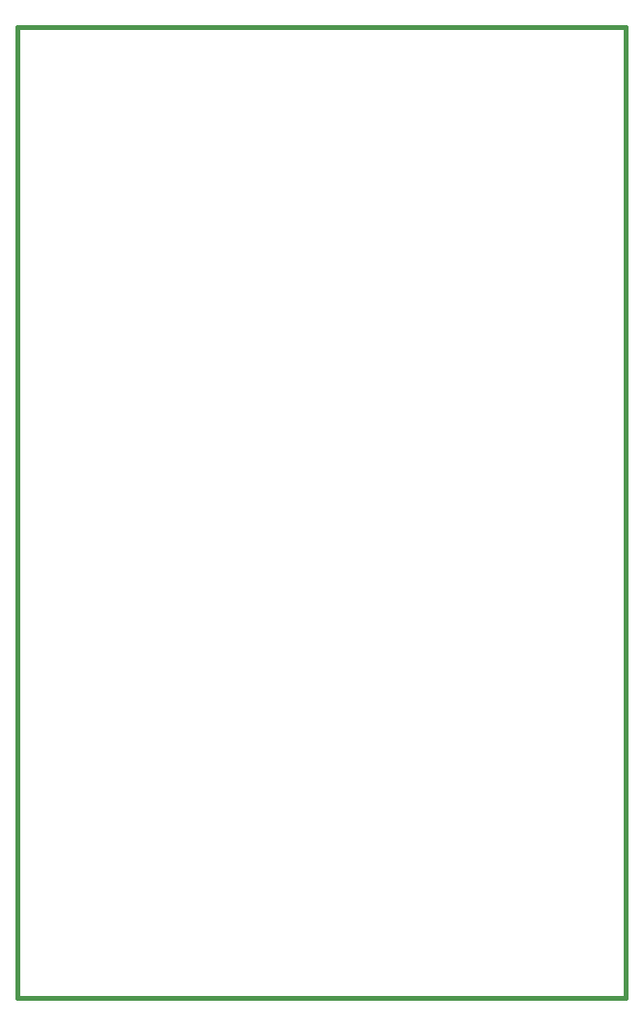
<source format=gbr>
G04 (created by PCBNEW (2013-feb-26)-testing) date Fri 24 May 2013 08:37:37 PM PDT*
%MOIN*%
G04 Gerber Fmt 3.4, Leading zero omitted, Abs format*
%FSLAX34Y34*%
G01*
G70*
G90*
G04 APERTURE LIST*
%ADD10C,2.3622e-06*%
%ADD11C,0.015*%
G04 APERTURE END LIST*
G54D10*
G54D11*
X55000Y-31496D02*
X55000Y-64960D01*
X34000Y-64960D02*
X34000Y-31496D01*
X55000Y-64960D02*
X34000Y-64960D01*
X34000Y-31496D02*
X55000Y-31496D01*
M02*

</source>
